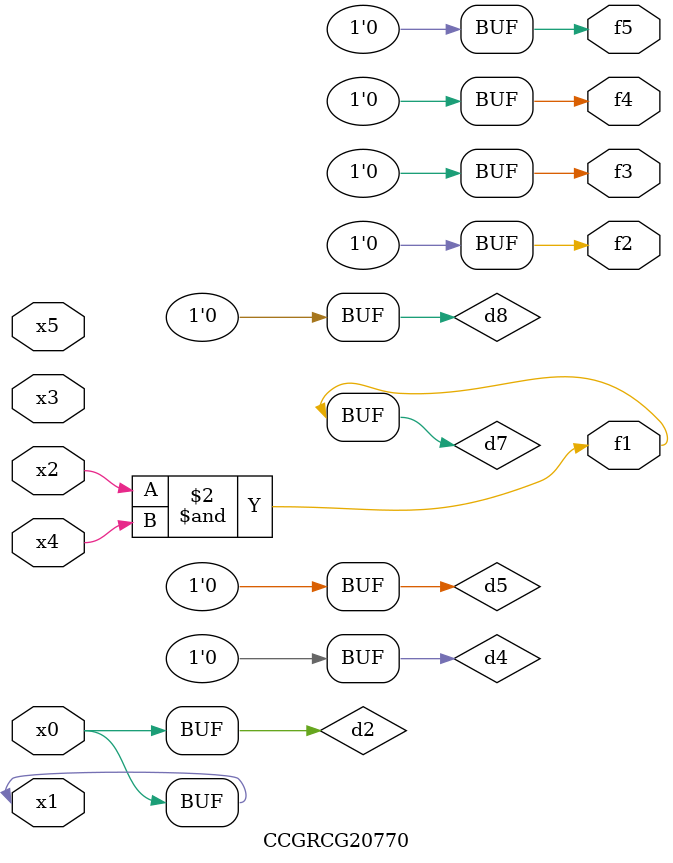
<source format=v>
module CCGRCG20770(
	input x0, x1, x2, x3, x4, x5,
	output f1, f2, f3, f4, f5
);

	wire d1, d2, d3, d4, d5, d6, d7, d8, d9;

	nand (d1, x1);
	buf (d2, x0, x1);
	nand (d3, x2, x4);
	and (d4, d1, d2);
	and (d5, d1, d2);
	nand (d6, d1, d3);
	not (d7, d3);
	xor (d8, d5);
	nor (d9, d5, d6);
	assign f1 = d7;
	assign f2 = d8;
	assign f3 = d8;
	assign f4 = d8;
	assign f5 = d8;
endmodule

</source>
